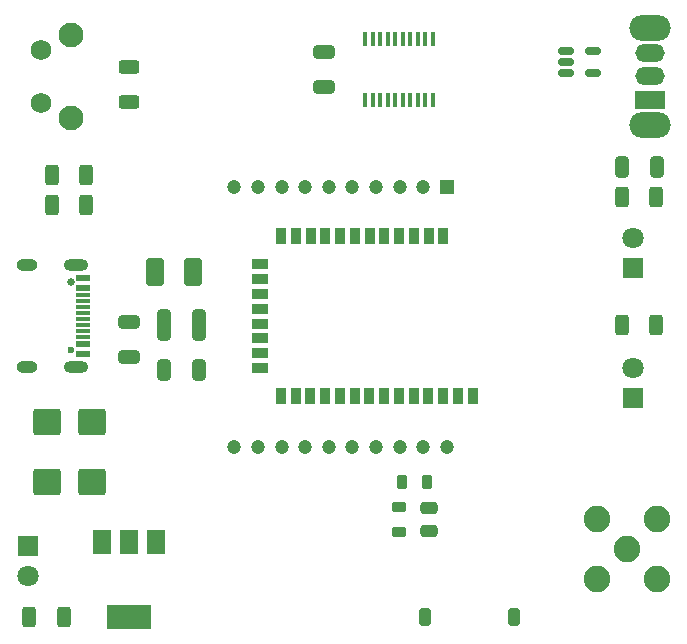
<source format=gbr>
%TF.GenerationSoftware,KiCad,Pcbnew,6.0.10-86aedd382b~118~ubuntu20.04.1*%
%TF.CreationDate,2023-01-16T10:09:38+01:00*%
%TF.ProjectId,Adaptateur-USB-Xbee-2,41646170-7461-4746-9575-722d5553422d,rev?*%
%TF.SameCoordinates,Original*%
%TF.FileFunction,Soldermask,Top*%
%TF.FilePolarity,Negative*%
%FSLAX46Y46*%
G04 Gerber Fmt 4.6, Leading zero omitted, Abs format (unit mm)*
G04 Created by KiCad (PCBNEW 6.0.10-86aedd382b~118~ubuntu20.04.1) date 2023-01-16 10:09:38*
%MOMM*%
%LPD*%
G01*
G04 APERTURE LIST*
G04 Aperture macros list*
%AMRoundRect*
0 Rectangle with rounded corners*
0 $1 Rounding radius*
0 $2 $3 $4 $5 $6 $7 $8 $9 X,Y pos of 4 corners*
0 Add a 4 corners polygon primitive as box body*
4,1,4,$2,$3,$4,$5,$6,$7,$8,$9,$2,$3,0*
0 Add four circle primitives for the rounded corners*
1,1,$1+$1,$2,$3*
1,1,$1+$1,$4,$5*
1,1,$1+$1,$6,$7*
1,1,$1+$1,$8,$9*
0 Add four rect primitives between the rounded corners*
20,1,$1+$1,$2,$3,$4,$5,0*
20,1,$1+$1,$4,$5,$6,$7,0*
20,1,$1+$1,$6,$7,$8,$9,0*
20,1,$1+$1,$8,$9,$2,$3,0*%
G04 Aperture macros list end*
%ADD10RoundRect,0.250000X0.625000X-0.312500X0.625000X0.312500X-0.625000X0.312500X-0.625000X-0.312500X0*%
%ADD11R,1.200000X1.200000*%
%ADD12C,1.200000*%
%ADD13RoundRect,0.250000X-0.312500X-0.625000X0.312500X-0.625000X0.312500X0.625000X-0.312500X0.625000X0*%
%ADD14O,3.500000X2.200000*%
%ADD15R,2.500000X1.500000*%
%ADD16O,2.500000X1.500000*%
%ADD17RoundRect,0.250000X0.925000X-0.875000X0.925000X0.875000X-0.925000X0.875000X-0.925000X-0.875000X0*%
%ADD18RoundRect,0.250000X0.650000X-0.325000X0.650000X0.325000X-0.650000X0.325000X-0.650000X-0.325000X0*%
%ADD19R,1.800000X1.800000*%
%ADD20C,1.800000*%
%ADD21RoundRect,0.250000X-0.325000X-0.650000X0.325000X-0.650000X0.325000X0.650000X-0.325000X0.650000X0*%
%ADD22RoundRect,0.208333X-0.291667X-0.541667X0.291667X-0.541667X0.291667X0.541667X-0.291667X0.541667X0*%
%ADD23RoundRect,0.250000X0.325000X0.650000X-0.325000X0.650000X-0.325000X-0.650000X0.325000X-0.650000X0*%
%ADD24RoundRect,0.218750X-0.218750X-0.381250X0.218750X-0.381250X0.218750X0.381250X-0.218750X0.381250X0*%
%ADD25R,1.500000X2.000000*%
%ADD26R,3.800000X2.000000*%
%ADD27C,0.650000*%
%ADD28C,0.600000*%
%ADD29R,1.150000X0.600000*%
%ADD30R,1.150000X0.300000*%
%ADD31O,1.800000X1.000000*%
%ADD32O,2.100000X1.000000*%
%ADD33C,2.100000*%
%ADD34C,1.750000*%
%ADD35C,2.250000*%
%ADD36RoundRect,0.250000X-0.312500X-1.075000X0.312500X-1.075000X0.312500X1.075000X-0.312500X1.075000X0*%
%ADD37RoundRect,0.150000X-0.512500X-0.150000X0.512500X-0.150000X0.512500X0.150000X-0.512500X0.150000X0*%
%ADD38RoundRect,0.250000X0.312500X0.625000X-0.312500X0.625000X-0.312500X-0.625000X0.312500X-0.625000X0*%
%ADD39RoundRect,0.250000X-0.650000X0.325000X-0.650000X-0.325000X0.650000X-0.325000X0.650000X0.325000X0*%
%ADD40R,0.400000X1.200000*%
%ADD41RoundRect,0.250001X0.499999X0.924999X-0.499999X0.924999X-0.499999X-0.924999X0.499999X-0.924999X0*%
%ADD42R,0.840000X1.380000*%
%ADD43R,1.380000X0.840000*%
%ADD44RoundRect,0.218750X-0.381250X0.218750X-0.381250X-0.218750X0.381250X-0.218750X0.381250X0.218750X0*%
%ADD45RoundRect,0.250000X-0.475000X0.250000X-0.475000X-0.250000X0.475000X-0.250000X0.475000X0.250000X0*%
G04 APERTURE END LIST*
D10*
%TO.C,R4*%
X95885000Y-94172500D03*
X95885000Y-91247500D03*
%TD*%
D11*
%TO.C,U3B1*%
X122795000Y-101400000D03*
D12*
X120795000Y-101400000D03*
X118795000Y-101400000D03*
X116795000Y-101400000D03*
X114795000Y-101400000D03*
X112795000Y-101400000D03*
X110795000Y-101400000D03*
X108795000Y-101400000D03*
X106795000Y-101400000D03*
X104795000Y-101400000D03*
X104795000Y-123400000D03*
X106795000Y-123400000D03*
X108795000Y-123400000D03*
X110795000Y-123400000D03*
X112795000Y-123400000D03*
X114795000Y-123400000D03*
X116795000Y-123400000D03*
X118795000Y-123400000D03*
X120795000Y-123400000D03*
X122795000Y-123400000D03*
%TD*%
D13*
%TO.C,R6*%
X89342500Y-102870000D03*
X92267500Y-102870000D03*
%TD*%
D14*
%TO.C,SW2*%
X140000000Y-87900000D03*
X140000000Y-96100000D03*
D15*
X140000000Y-94000000D03*
D16*
X140000000Y-92000000D03*
X140000000Y-90000000D03*
%TD*%
D17*
%TO.C,C6*%
X92710000Y-126375000D03*
X92710000Y-121275000D03*
%TD*%
D18*
%TO.C,C1*%
X112395000Y-92915000D03*
X112395000Y-89965000D03*
%TD*%
D19*
%TO.C,D2*%
X87325000Y-131750000D03*
D20*
X87325000Y-134290000D03*
%TD*%
D19*
%TO.C,D1*%
X138525000Y-108275000D03*
D20*
X138525000Y-105735000D03*
%TD*%
D21*
%TO.C,C7*%
X137590000Y-99695000D03*
X140540000Y-99695000D03*
%TD*%
D22*
%TO.C,AE1*%
X120975000Y-137795000D03*
X128475000Y-137795000D03*
%TD*%
D23*
%TO.C,C3*%
X101805000Y-116840000D03*
X98855000Y-116840000D03*
%TD*%
D24*
%TO.C,L1*%
X118952500Y-126365000D03*
X121077500Y-126365000D03*
%TD*%
D13*
%TO.C,R1*%
X137602500Y-102235000D03*
X140527500Y-102235000D03*
%TD*%
D25*
%TO.C,U2*%
X98185000Y-131470000D03*
X95885000Y-131470000D03*
D26*
X95885000Y-137770000D03*
D25*
X93585000Y-131470000D03*
%TD*%
D27*
%TO.C,J2*%
X90927500Y-109415000D03*
D28*
X90927500Y-115195000D03*
D29*
X91987500Y-109105000D03*
X91987500Y-109905000D03*
D30*
X91987500Y-111055000D03*
X91987500Y-112055000D03*
X91987500Y-112555000D03*
X91987500Y-113555000D03*
D29*
X91987500Y-114705000D03*
X91987500Y-115505000D03*
X91987500Y-115505000D03*
X91987500Y-114705000D03*
D30*
X91987500Y-114055000D03*
X91987500Y-113055000D03*
X91987500Y-111555000D03*
X91987500Y-110555000D03*
D29*
X91987500Y-109905000D03*
X91987500Y-109105000D03*
D31*
X87237500Y-116635000D03*
D32*
X91417500Y-116625000D03*
D31*
X87237500Y-107985000D03*
D32*
X91417500Y-107985000D03*
%TD*%
D33*
%TO.C,SW1*%
X90952500Y-88515000D03*
X90952500Y-95525000D03*
D34*
X88462500Y-94275000D03*
X88462500Y-89775000D03*
%TD*%
D17*
%TO.C,C5*%
X88900000Y-126375000D03*
X88900000Y-121275000D03*
%TD*%
D35*
%TO.C,J1*%
X138000000Y-132000000D03*
X135460000Y-134540000D03*
X135460000Y-129460000D03*
X140540000Y-129460000D03*
X140540000Y-134540000D03*
%TD*%
D36*
%TO.C,FB1*%
X98867500Y-113030000D03*
X101792500Y-113030000D03*
%TD*%
D37*
%TO.C,U4*%
X132847500Y-89855000D03*
X132847500Y-90805000D03*
X132847500Y-91755000D03*
X135122500Y-91755000D03*
X135122500Y-89855000D03*
%TD*%
D13*
%TO.C,R5*%
X89342500Y-100330000D03*
X92267500Y-100330000D03*
%TD*%
D38*
%TO.C,R2*%
X90362500Y-137795000D03*
X87437500Y-137795000D03*
%TD*%
D39*
%TO.C,C2*%
X95885000Y-112825000D03*
X95885000Y-115775000D03*
%TD*%
D40*
%TO.C,U1*%
X121602500Y-88840000D03*
X120967500Y-88840000D03*
X120332500Y-88840000D03*
X119697500Y-88840000D03*
X119062500Y-88840000D03*
X118427500Y-88840000D03*
X117792500Y-88840000D03*
X117157500Y-88840000D03*
X116522500Y-88840000D03*
X115887500Y-88840000D03*
X115887500Y-94040000D03*
X116522500Y-94040000D03*
X117157500Y-94040000D03*
X117792500Y-94040000D03*
X118427500Y-94040000D03*
X119062500Y-94040000D03*
X119697500Y-94040000D03*
X120332500Y-94040000D03*
X120967500Y-94040000D03*
X121602500Y-94040000D03*
%TD*%
D41*
%TO.C,C4*%
X101320000Y-108585000D03*
X98070000Y-108585000D03*
%TD*%
D42*
%TO.C,U3A1*%
X122494000Y-105550000D03*
X121249400Y-105550000D03*
X120004800Y-105550000D03*
X118760200Y-105550000D03*
X117490200Y-105550000D03*
X116245600Y-105550000D03*
X115001000Y-105550000D03*
X113756400Y-105550000D03*
X112486400Y-105550000D03*
X111241800Y-105550000D03*
X109997200Y-105550000D03*
X108752600Y-105550000D03*
D43*
X107000000Y-107937600D03*
X107000000Y-109182200D03*
X107000000Y-110426800D03*
X107000000Y-111696800D03*
X107000000Y-112941400D03*
X107000000Y-114186000D03*
X107000000Y-115456000D03*
X107000000Y-116700600D03*
D42*
X108727200Y-119113600D03*
X109971800Y-119113600D03*
X111216400Y-119113600D03*
X112461000Y-119113600D03*
X113731000Y-119113600D03*
X114975600Y-119113600D03*
X116220200Y-119113600D03*
X117464800Y-119113600D03*
X118734800Y-119113600D03*
X119979400Y-119113600D03*
X121224000Y-119113600D03*
X122494000Y-119113600D03*
X123738600Y-119113600D03*
X124983200Y-119113600D03*
%TD*%
D19*
%TO.C,D3*%
X138525000Y-119275000D03*
D20*
X138525000Y-116735000D03*
%TD*%
D13*
%TO.C,R3*%
X137602500Y-113030000D03*
X140527500Y-113030000D03*
%TD*%
D44*
%TO.C,L2*%
X118745000Y-128477500D03*
X118745000Y-130602500D03*
%TD*%
D45*
%TO.C,C8*%
X121285000Y-128590000D03*
X121285000Y-130490000D03*
%TD*%
M02*

</source>
